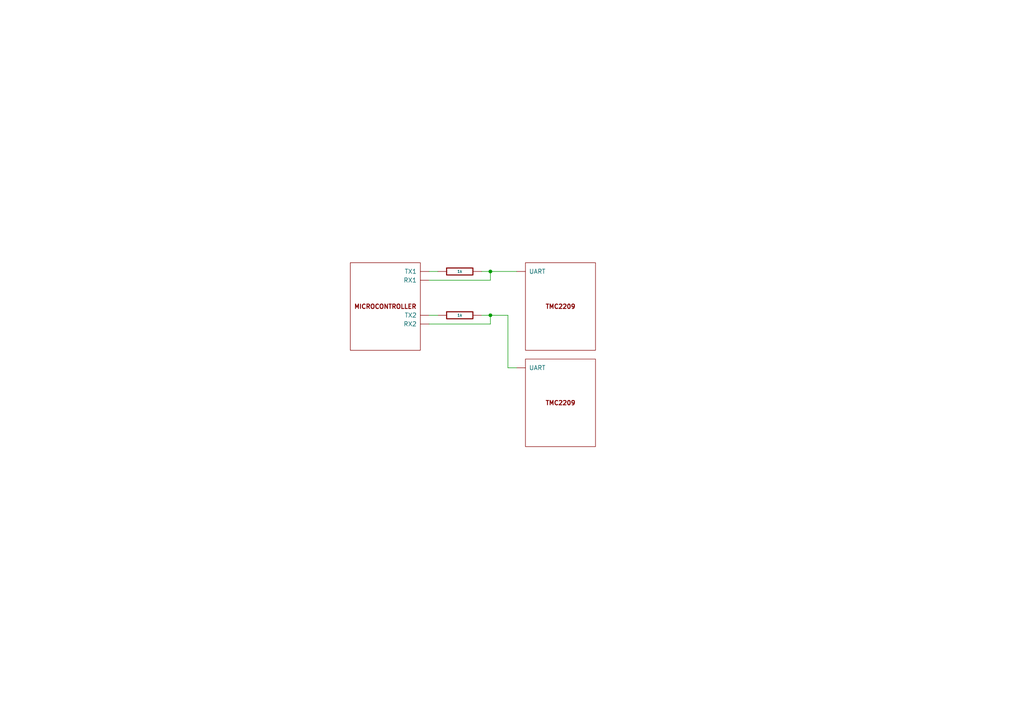
<source format=kicad_sch>
(kicad_sch (version 20230121) (generator eeschema)
  (paper "A4")
  (title_block (title "Trinamic Wiring") (date "2024-08-01") (rev "0.5") (company "Janelia Research Campus"))
  (lib_symbols
    (symbol "Janelia:DOC_MCU" (pin_numbers hide) (pin_names (offset 1.016))
      (symbol "DOC_MCU_0_1"
        (rectangle (start -10.16 12.7) (end 10.16 -12.7))
      )
      (symbol "DOC_MCU_1_1"
        (text "MICROCONTROLLER" (at 0 0 0) (effects (font (size 1.27 1.27) bold)))
        (pin input line (at 12.7 7.62 180) (length 2.54) (name "RX1") (number "0"))
        (pin output line (at 12.7 10.16 180) (length 2.54) (name "TX1") (number "1"))
        (pin input line (at 12.7 -5.08 180) (length 2.54) (name "RX2") (number "2"))
        (pin output line (at 12.7 -2.54 180) (length 2.54) (name "TX2") (number "3"))
        (pin output line (at 12.7 -7.62 180) (length 2.54) hide (name "TX3") (number "4"))
        (pin input line (at 12.7 -10.16 180) (length 2.54) hide (name "RX3") (number "5"))
        (pin output line (at 12.7 5.08 180) (length 2.54) hide (name "STEP") (number "6"))
        (pin input line (at 12.7 2.54 180) (length 2.54) hide (name "DIR") (number "7"))
        (pin input line (at 0 -15.24 90) (length 2.54) hide (name "SPI") (number "8"))
      )
    )
    (symbol "Janelia:R_1k_0402" (pin_numbers hide) (pin_names (offset 0))
      (property "Reference" "R" (at 2.032 0 90))
      (property "Value" "1k" (at 0 0 90))
      (symbol "R_1k_0402_0_1"
        (rectangle (start -1.016 3.81) (end 1.016 -3.81) (stroke (width 0.3048)))
      )
      (symbol "R_1k_0402_1_1"
        (pin passive line (at 0 6.35 270) (length 2.54) (name "~") (number "1"))
        (pin passive line (at 0 -6.35 90) (length 2.54) (name "~") (number "2"))
      )
    )
    (symbol "Janelia:TMC2209_DOC" (pin_numbers hide) (pin_names (offset 1.016))
      (symbol "TMC2209_DOC_0_1"
        (rectangle (start -10.16 12.7) (end 10.16 -12.7))
      )
      (symbol "TMC2209_DOC_1_1"
        (text "TMC2209" (at 0 0 0) (effects (font (size 1.27 1.27) bold)))
        (pin bidirectional line (at -12.7 10.16 0) (length 2.54) (name "UART") (number "0"))
        (pin input line (at -12.7 5.08 0) (length 2.54) hide (name "STEP") (number "1"))
        (pin input line (at -12.7 -5.08 0) (length 2.54) hide (name "AD1") (number "10"))
        (pin input line (at -12.7 2.54 0) (length 2.54) hide (name "DIR") (number "2"))
        (pin passive line (at 2.54 -15.24 90) (length 2.54) hide (name "BRA") (number "3"))
        (pin passive line (at 7.62 -15.24 90) (length 2.54) hide (name "BRB") (number "4"))
        (pin passive line (at 12.7 5.08 180) (length 2.54) hide (name "OA1") (number "5"))
        (pin passive line (at 12.7 2.54 180) (length 2.54) hide (name "OA2") (number "6"))
        (pin passive line (at 12.7 -2.54 180) (length 2.54) hide (name "OB1") (number "7"))
        (pin passive line (at 12.7 -5.08 180) (length 2.54) hide (name "OB2") (number "8"))
        (pin input line (at -12.7 -2.54 0) (length 2.54) hide (name "AD0") (number "9"))
      )
    )
  )
  (junction (at 142.24 78.74))
  (junction (at 142.24 91.44))
  (wire (pts (xy 147.32 91.44) (xy 147.32 106.68)))
  (wire (pts (xy 139.7 78.74) (xy 142.24 78.74)))
  (wire (pts (xy 124.46 93.98) (xy 142.24 93.98)))
  (wire (pts (xy 142.24 91.44) (xy 147.32 91.44)))
  (wire (pts (xy 124.46 81.28) (xy 142.24 81.28)))
  (wire (pts (xy 147.32 106.68) (xy 149.86 106.68)))
  (wire (pts (xy 124.46 91.44) (xy 127 91.44)))
  (wire (pts (xy 142.24 78.74) (xy 149.86 78.74)))
  (wire (pts (xy 139.7 91.44) (xy 142.24 91.44)))
  (wire (pts (xy 124.46 78.74) (xy 127 78.74)))
  (wire (pts (xy 142.24 78.74) (xy 142.24 81.28)))
  (wire (pts (xy 142.24 91.44) (xy 142.24 93.98)))
  (symbol (lib_id "Janelia:R_1k_0402") (at 133.35 78.74 90) (unit 1)
    (property "Reference" "R3" (effects hide))
    (property "Value" "1k" (at 133.35 78.74 90) (effects (font (size 0.762 0.762))))
    (property "Footprint" "Janelia:R_0402_1005Metric" (effects hide))
    (property "Vendor" "Digi-Key" (effects hide))
    (property "Vendor Part Number" "311-1.00KLRCT-ND" (effects hide))
    (property "Description" "RES SMD 1K OHM 1% 1/16W" (effects hide))
    (property "Package" "0402" (effects hide))
    (property "Manufacturer" "YAGEO" (effects hide))
    (property "Manufacturer Part Number" "RC0402FR-071KL" (effects hide))
  )
  (symbol (lib_id "Janelia:R_1k_0402") (at 133.35 91.44 90) (unit 1)
    (property "Reference" "R5" (effects hide))
    (property "Value" "1k" (at 133.35 91.44 90) (effects (font (size 0.762 0.762))))
    (property "Footprint" "Janelia:R_0402_1005Metric" (effects hide))
    (property "Vendor" "Digi-Key" (effects hide))
    (property "Vendor Part Number" "311-1.00KLRCT-ND" (effects hide))
    (property "Description" "RES SMD 1K OHM 1% 1/16W" (effects hide))
    (property "Package" "0402" (effects hide))
    (property "Manufacturer" "YAGEO" (effects hide))
    (property "Manufacturer Part Number" "RC0402FR-071KL" (effects hide))
  )
  (symbol (lib_id "Janelia:TMC2209_DOC") (at 162.56 116.84 0) (unit 1)
    (property "Reference" "TMC3" (effects hide))
    (property "Value" "TMC2209_DOC" (effects hide))
    (property "Sim.Enable" "0" (effects hide))
  )
  (symbol (lib_id "Janelia:TMC2209_DOC") (at 162.56 88.9 0) (unit 1)
    (property "Reference" "TMC2" (effects hide))
    (property "Value" "TMC2209_DOC" (effects hide))
    (property "Sim.Enable" "0" (effects hide))
  )
  (symbol (lib_id "Janelia:DOC_MCU") (at 111.76 88.9 0) (unit 1)
    (property "Reference" "MICROCONTROLLER2" (effects hide))
    (property "Value" "DOC_MCU" (effects hide))
    (property "Sim.Enable" "0" (effects hide))
  )
)
</source>
